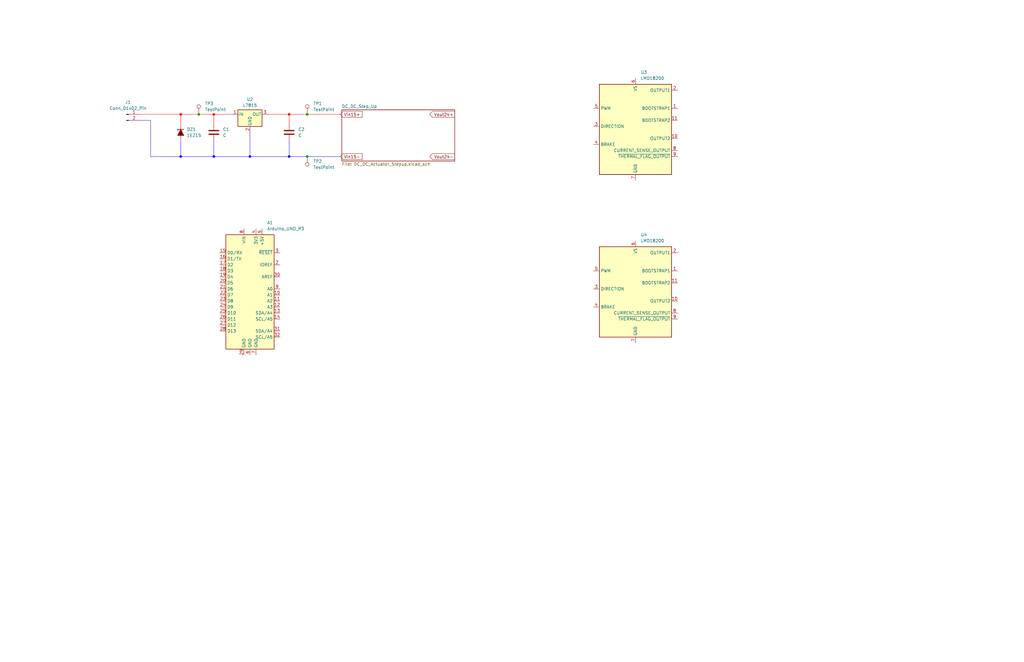
<source format=kicad_sch>
(kicad_sch (version 20250114) (generator "eeschema") (generator_version "9.0")
  (paper "User" 431.8 279.4)
  (title_block (date "Not shown in title block") (company "Not shown in title block"))
  (lib_symbols
    (symbol "Connector:Conn_01x02_Pin" (pin_names (offset 1.016) (hide yes))
      (property "Reference" "J" (at 0 2.54 0))
      (property "Value" "Conn_01x02_Pin" (at 0 -5.08 0))
      (symbol "Conn_01x02_Pin_1_1"
        (rectangle (start 0.8636 0.127) (end 0 -0.127) (stroke (width 0.1524)) (fill (type outline)))
        (rectangle (start 0.8636 -2.413) (end 0 -2.667) (stroke (width 0.1524)) (fill (type outline)))
        (polyline (pts (xy 1.27 0) (xy 0.8636 0)) (stroke (width 0.1524)))
        (polyline (pts (xy 1.27 -2.54) (xy 0.8636 -2.54)) (stroke (width 0.1524)))
        (pin passive line (at 5.08 0 180) (length 3.81) (name "Pin_1") (number "1"))
        (pin passive line (at 5.08 -2.54 180) (length 3.81) (name "Pin_2") (number "2"))
      )
    )
    (symbol "Connector:TestPoint" (pin_numbers (hide yes)) (pin_names (offset 0.762) (hide yes))
      (property "Reference" "TP" (at 0 6.858 0))
      (property "Value" "TestPoint" (at 0 5.08 0))
      (symbol "TestPoint_0_1"
        (circle (center 0 3.302) (radius 0.762))
      )
      (symbol "TestPoint_1_1"
        (pin passive line (at 0 0 90) (length 2.54) (name "1") (number "1"))
      )
    )
    (symbol "Device:C" (pin_numbers (hide yes)) (pin_names (offset 0.254))
      (property "Reference" "C" (at 0.635 2.54 0))
      (property "Value" "C" (at 0.635 -2.54 0))
      (symbol "C_0_1"
        (polyline (pts (xy -2.032 0.762) (xy 2.032 0.762)) (stroke (width 0.508)))
        (polyline (pts (xy -2.032 -0.762) (xy 2.032 -0.762)) (stroke (width 0.508)))
      )
      (symbol "C_1_1"
        (pin passive line (at 0 3.81 270) (length 2.794) (name "~") (number "1"))
        (pin passive line (at 0 -3.81 90) (length 2.794) (name "~") (number "2"))
      )
    )
    (symbol "Driver_Motor:LMD18200"
      (property "Reference" "U" (at -12.7 19.05 0))
      (property "Value" "LMD18200" (at 15.24 19.05 0))
      (symbol "LMD18200_0_1"
        (rectangle (start -15.24 -20.32) (end 15.24 17.78) (stroke (width 0.254)) (fill (type background)))
      )
      (symbol "LMD18200_1_1"
        (pin input line (at -17.78 7.62 0) (length 2.54) (name "PWM") (number "5"))
        (pin input line (at -17.78 0 0) (length 2.54) (name "DIRECTION") (number "3"))
        (pin input line (at -17.78 -7.62 0) (length 2.54) (name "BRAKE") (number "4"))
        (pin power_in line (at 0 20.32 270) (length 2.54) (name "VS") (number "6"))
        (pin power_in line (at 0 -22.86 90) (length 2.54) (name "GND") (number "7"))
        (pin output line (at 17.78 15.24 180) (length 2.54) (name "OUTPUT1") (number "2"))
        (pin passive line (at 17.78 7.62 180) (length 2.54) (name "BOOTSTRAP1") (number "1"))
        (pin passive line (at 17.78 2.54 180) (length 2.54) (name "BOOTSTRAP2") (number "11"))
        (pin output line (at 17.78 -5.08 180) (length 2.54) (name "OUTPUT2") (number "10"))
        (pin output line (at 17.78 -10.16 180) (length 2.54) (name "CURRENT_SENSE_OUTPUT") (number "8"))
        (pin open_collector line (at 17.78 -12.7 180) (length 2.54) (name "~{THERMAL_FLAG_OUTPUT}") (number "9"))
      )
    )
    (symbol "MCU_Module:Arduino_UNO_R3"
      (property "Reference" "A" (at -10.16 23.495 0))
      (property "Value" "Arduino_UNO_R3" (at 5.08 -26.67 0))
      (symbol "Arduino_UNO_R3_0_1"
        (rectangle (start -10.16 22.86) (end 10.16 -25.4) (stroke (width 0.254)) (fill (type background)))
      )
      (symbol "Arduino_UNO_R3_1_1"
        (pin bidirectional line (at -12.7 15.24 0) (length 2.54) (name "D0/RX") (number "15"))
        (pin bidirectional line (at -12.7 12.7 0) (length 2.54) (name "D1/TX") (number "16"))
        (pin bidirectional line (at -12.7 10.16 0) (length 2.54) (name "D2") (number "17"))
        (pin bidirectional line (at -12.7 7.62 0) (length 2.54) (name "D3") (number "18"))
        (pin bidirectional line (at -12.7 5.08 0) (length 2.54) (name "D4") (number "19"))
        (pin bidirectional line (at -12.7 2.54 0) (length 2.54) (name "D5") (number "20"))
        (pin bidirectional line (at -12.7 0 0) (length 2.54) (name "D6") (number "21"))
        (pin bidirectional line (at -12.7 -2.54 0) (length 2.54) (name "D7") (number "22"))
        (pin bidirectional line (at -12.7 -5.08 0) (length 2.54) (name "D8") (number "23"))
        (pin bidirectional line (at -12.7 -7.62 0) (length 2.54) (name "D9") (number "24"))
        (pin bidirectional line (at -12.7 -10.16 0) (length 2.54) (name "D10") (number "25"))
        (pin bidirectional line (at -12.7 -12.7 0) (length 2.54) (name "D11") (number "26"))
        (pin bidirectional line (at -12.7 -15.24 0) (length 2.54) (name "D12") (number "27"))
        (pin bidirectional line (at -12.7 -17.78 0) (length 2.54) (name "D13") (number "28"))
        (pin no_connect line (at -10.16 -20.32 0) (length 2.54) (hide yes) (name "NC") (number "1"))
        (pin power_in line (at -2.54 25.4 270) (length 2.54) (name "VIN") (number "8"))
        (pin power_in line (at -2.54 -27.94 90) (length 2.54) (name "GND") (number "29"))
        (pin power_in line (at 0 -27.94 90) (length 2.54) (name "GND") (number "6"))
        (pin power_out line (at 2.54 25.4 270) (length 2.54) (name "3V3") (number "4"))
        (pin power_in line (at 2.54 -27.94 90) (length 2.54) (name "GND") (number "7"))
        (pin power_out line (at 5.08 25.4 270) (length 2.54) (name "+5V") (number "5"))
        (pin input line (at 12.7 15.24 180) (length 2.54) (name "~{RESET}") (number "3"))
        (pin output line (at 12.7 10.16 180) (length 2.54) (name "IOREF") (number "2"))
        (pin input line (at 12.7 5.08 180) (length 2.54) (name "AREF") (number "30"))
        (pin bidirectional line (at 12.7 0 180) (length 2.54) (name "A0") (number "9"))
        (pin bidirectional line (at 12.7 -2.54 180) (length 2.54) (name "A1") (number "10"))
        (pin bidirectional line (at 12.7 -5.08 180) (length 2.54) (name "A2") (number "11"))
        (pin bidirectional line (at 12.7 -7.62 180) (length 2.54) (name "A3") (number "12"))
        (pin bidirectional line (at 12.7 -10.16 180) (length 2.54) (name "SDA/A4") (number "13"))
        (pin bidirectional line (at 12.7 -12.7 180) (length 2.54) (name "SCL/A5") (number "14"))
        (pin bidirectional line (at 12.7 -17.78 180) (length 2.54) (name "SDA/A4") (number "31"))
        (pin bidirectional line (at 12.7 -20.32 180) (length 2.54) (name "SCL/A5") (number "32"))
      )
    )
    (symbol "PCM_Diode_Zener_AKL:1EZ15" (pin_numbers (hide yes)) (pin_names (offset 1.016) (hide yes))
      (property "Reference" "DZ" (at 0 7.62 0))
      (property "Value" "1EZ15" (at 0 5.08 0))
      (symbol "1EZ15_0_1"
        (polyline (pts (xy -1.27 0) (xy 1.27 0)))
        (polyline (pts (xy -1.27 -1.27) (xy -1.27 1.27) (xy 1.27 0) (xy -1.27 -1.27)) (stroke (width 0.254)) (fill (type outline)))
        (polyline (pts (xy 1.27 1.27) (xy 0.762 1.27)) (stroke (width 0.254)))
        (polyline (pts (xy 1.27 1.27) (xy 1.27 -1.27)) (stroke (width 0.254)))
      )
      (symbol "1EZ15_0_2"
        (polyline (pts (xy -2.54 -2.54) (xy 2.54 2.54)))
        (polyline (pts (xy -0.889 -0.889) (xy -1.778 0) (xy 0.889 0.889) (xy 0 -1.778) (xy -0.889 -0.889)) (stroke (width 0.254)) (fill (type outline)))
        (polyline (pts (xy 0 1.778) (xy -0.381 1.397)) (stroke (width 0.254)))
        (polyline (pts (xy 0 1.778) (xy 1.778 0)) (stroke (width 0.254)))
      )
      (symbol "1EZ15_1_1"
        (pin passive line (at -3.81 0 0) (length 2.54) (name "A") (number "2"))
        (pin passive line (at 3.81 0 180) (length 2.54) (name "K") (number "1"))
      )
      (symbol "1EZ15_1_2"
        (pin passive line (at -2.54 -2.54 0) (length 0) (name "A") (number "2"))
        (pin passive line (at 2.54 2.54 180) (length 0) (name "K") (number "1"))
      )
    )
    (symbol "Regulator_Linear:L7815" (pin_names (offset 0.254))
      (property "Reference" "U" (at -3.81 3.175 0))
      (property "Value" "L7815" (at 0 3.175 0))
      (symbol "L7815_0_1"
        (rectangle (start -5.08 1.905) (end 5.08 -5.08) (stroke (width 0.254)) (fill (type background)))
      )
      (symbol "L7815_1_1"
        (pin power_in line (at -7.62 0 0) (length 2.54) (name "IN") (number "1"))
        (pin power_in line (at 0 -7.62 90) (length 2.54) (name "GND") (number "2"))
        (pin power_out line (at 7.62 0 180) (length 2.54) (name "OUT") (number "3"))
      )
    )
  )
  (junction (at 83.82 48.26))
  (junction (at 129.54 66.04))
  (junction (at 105.41 66.04) (color 0 0 255 1))
  (junction (at 129.54 48.26))
  (junction (at 90.17 66.04) (color 0 0 255 1))
  (junction (at 121.92 48.26) (color 255 0 0 1))
  (junction (at 76.2 48.26) (color 255 0 0 1))
  (junction (at 121.92 66.04) (color 0 0 255 1))
  (junction (at 76.2 66.04) (color 0 0 255 1))
  (junction (at 90.17 48.26) (color 255 0 0 1))
  (wire (pts (xy 129.54 48.26) (xy 143.51 48.26)) (stroke (width 0) (color 255 0 0 1)))
  (wire (pts (xy 58.42 48.26) (xy 76.2 48.26)) (stroke (width 0) (color 255 0 0 1)))
  (wire (pts (xy 76.2 66.04) (xy 76.2 59.69)) (stroke (width 0) (color 0 0 255 1)))
  (wire (pts (xy 90.17 48.26) (xy 90.17 52.07)) (stroke (width 0) (color 255 0 0 1)))
  (wire (pts (xy 63.5 50.8) (xy 63.5 66.04)) (stroke (width 0) (color 0 0 255 1)))
  (wire (pts (xy 83.82 48.26) (xy 90.17 48.26)) (stroke (width 0) (color 255 0 0 1)))
  (wire (pts (xy 90.17 48.26) (xy 97.79 48.26)) (stroke (width 0) (color 255 0 0 1)))
  (wire (pts (xy 90.17 66.04) (xy 76.2 66.04)) (stroke (width 0) (color 0 0 255 1)))
  (wire (pts (xy 129.54 66.04) (xy 143.51 66.04)) (stroke (width 0) (color 0 0 255 1)))
  (wire (pts (xy 121.92 66.04) (xy 129.54 66.04)) (stroke (width 0) (color 0 0 255 1)))
  (wire (pts (xy 121.92 59.69) (xy 121.92 66.04)) (stroke (width 0) (color 0 0 255 1)))
  (wire (pts (xy 76.2 48.26) (xy 76.2 52.07)) (stroke (width 0) (color 255 0 0 1)))
  (wire (pts (xy 76.2 48.26) (xy 83.82 48.26)) (stroke (width 0) (color 255 0 0 1)))
  (wire (pts (xy 121.92 66.04) (xy 105.41 66.04)) (stroke (width 0) (color 0 0 255 1)))
  (wire (pts (xy 121.92 48.26) (xy 113.03 48.26)) (stroke (width 0) (color 255 0 0 1)))
  (wire (pts (xy 105.41 66.04) (xy 90.17 66.04)) (stroke (width 0) (color 0 0 255 1)))
  (wire (pts (xy 63.5 66.04) (xy 76.2 66.04)) (stroke (width 0) (color 0 0 255 1)))
  (wire (pts (xy 90.17 59.69) (xy 90.17 66.04)) (stroke (width 0) (color 0 0 255 1)))
  (wire (pts (xy 121.92 48.26) (xy 129.54 48.26)) (stroke (width 0) (color 255 0 0 1)))
  (wire (pts (xy 58.42 50.8) (xy 63.5 50.8)) (stroke (width 0) (color 0 0 255 1)))
  (wire (pts (xy 121.92 52.07) (xy 121.92 48.26)) (stroke (width 0) (color 255 0 0 1)))
  (wire (pts (xy 105.41 55.88) (xy 105.41 66.04)) (stroke (width 0) (color 0 0 255 1)))
  (global_label "Vout24+" (shape output) (at 191.77 48.26 180) (property "Intersheetrefs" "${INTERSHEET_REFS}" (effects (hide yes))))
  (global_label "Vin15+" (shape input) (at 143.51 48.26 0) (property "Intersheetrefs" "${INTERSHEET_REFS}" (effects (hide yes))))
  (global_label "Vout24-" (shape output) (at 191.77 66.04 180) (property "Intersheetrefs" "${INTERSHEET_REFS}" (effects (hide yes))))
  (global_label "Vin15-" (shape input) (at 143.51 66.04 0) (property "Intersheetrefs" "${INTERSHEET_REFS}" (effects (hide yes))))
  (symbol (lib_id "Connector:Conn_01x02_Pin") (at 53.34 48.26 0) (unit 1)
    (property "Reference" "J1" (at 53.975 43.18 0))
    (property "Value" "Conn_01x02_Pin" (at 53.975 45.72 0))
    (property "Description" "Generic connector, single row, 01x02, script generated" (effects (hide yes)))
  )
  (symbol (lib_id "Driver_Motor:LMD18200") (at 267.97 53.34 0) (unit 1)
    (property "Reference" "U3" (at 270.1133 30.48 0) (effects (justify left)))
    (property "Value" "LMD18200" (at 270.1133 33.02 0) (effects (justify left)))
    (property "Footprint" "Package_TO_SOT_THT:TO-220-11_P3.4x5.08mm_StaggerOdd_Lead4.85mm_Vertical" (effects (hide yes)))
    (property "Datasheet" "http://www.ti.com/lit/ds/symlink/lmd18200.pdf" (effects (hide yes)))
    (property "Description" "3A, 55V H-Bridge, Motion Control Applications, TO-220-11" (effects (hide yes)))
  )
  (symbol (lib_id "Regulator_Linear:L7815") (at 105.41 48.26 0) (unit 1)
    (property "Reference" "U2" (at 105.41 41.91 0))
    (property "Value" "L7815" (at 105.41 44.45 0))
    (property "Datasheet" "http://www.st.com/content/ccc/resource/technical/document/datasheet/41/4f/b3/b0/12/d4/47/88/CD00000444.pdf/files/CD00000444.pdf/jcr:content/translations/en.CD00000444.pdf" (effects (hide yes)))
    (property "Description" "Positive 1.5A 35V Linear Regulator, Fixed Output 15V, TO-220/TO-263/TO-252" (effects (hide yes)))
  )
  (symbol (lib_id "MCU_Module:Arduino_UNO_R3") (at 105.41 121.92 0) (unit 1)
    (property "Reference" "A1" (at 112.6333 93.98 0) (effects (justify left)))
    (property "Value" "Arduino_UNO_R3" (at 112.6333 96.52 0) (effects (justify left)))
    (property "Footprint" "Module:Arduino_UNO_R3" (effects (hide yes)))
    (property "Datasheet" "https://www.arduino.cc/en/Main/arduinoBoardUno" (effects (hide yes)))
    (property "Description" "Arduino UNO Microcontroller Module, release 3" (effects (hide yes)))
  )
  (symbol (lib_id "Device:C") (at 121.92 55.88 0) (unit 1)
    (property "Reference" "C2" (at 125.73 54.6099 0) (effects (justify left)))
    (property "Value" "C" (at 125.73 57.1499 0) (effects (justify left)))
    (property "Description" "Unpolarized capacitor" (effects (hide yes)))
  )
  (symbol (lib_id "Connector:TestPoint") (at 83.82 48.26 0) (unit 1)
    (property "Reference" "TP3" (at 86.36 43.6879 0) (effects (justify left)))
    (property "Value" "TestPoint" (at 86.36 46.2279 0) (effects (justify left)))
    (property "Description" "test point" (effects (hide yes)))
  )
  (symbol (lib_id "PCM_Diode_Zener_AKL:1EZ15") (at 76.2 55.88 90) (unit 1)
    (property "Reference" "DZ1" (at 78.74 54.6099 90) (effects (justify right)))
    (property "Value" "1EZ15" (at 78.74 57.1499 90) (effects (justify right)))
    (property "Footprint" "PCM_Diode_THT_AKL:D_DO-41_SOD81_P10.16mm_Horizontal_Zener" (effects (hide yes)))
    (property "Datasheet" "https://www.tme.eu/Document/e06f42864dd0cbfef15288985fa21c49/1EZxx_ser.pdf" (effects (hide yes)))
    (property "Description" "DO-41 Zener diode, 15V, 1W, Alternate KiCAD Library" (effects (hide yes)))
  )
  (symbol (lib_id "Driver_Motor:LMD18200") (at 267.97 121.92 0) (unit 1)
    (property "Reference" "U4" (at 270.1133 99.06 0) (effects (justify left)))
    (property "Value" "LMD18200" (at 270.1133 101.6 0) (effects (justify left)))
    (property "Footprint" "Package_TO_SOT_THT:TO-220-11_P3.4x5.08mm_StaggerOdd_Lead4.85mm_Vertical" (effects (hide yes)))
    (property "Datasheet" "http://www.ti.com/lit/ds/symlink/lmd18200.pdf" (effects (hide yes)))
    (property "Description" "3A, 55V H-Bridge, Motion Control Applications, TO-220-11" (effects (hide yes)))
  )
  (symbol (lib_id "Connector:TestPoint") (at 129.54 66.04 180) (unit 1)
    (property "Reference" "TP2" (at 132.08 68.0719 0) (effects (justify right)))
    (property "Value" "TestPoint" (at 132.08 70.6119 0) (effects (justify right)))
    (property "Description" "test point" (effects (hide yes)))
  )
  (symbol (lib_id "Connector:TestPoint") (at 129.54 48.26 0) (unit 1)
    (property "Reference" "TP1" (at 132.08 43.6879 0) (effects (justify left)))
    (property "Value" "TestPoint" (at 132.08 46.2279 0) (effects (justify left)))
    (property "Description" "test point" (effects (hide yes)))
  )
  (symbol (lib_id "Device:C") (at 90.17 55.88 0) (unit 1)
    (property "Reference" "C1" (at 93.98 54.6099 0) (effects (justify left)))
    (property "Value" "C" (at 93.98 57.1499 0) (effects (justify left)))
    (property "Description" "Unpolarized capacitor" (effects (hide yes)))
  )
  (sheet (at 144.145 46.355) (size 47.625 21.59) (stroke (width 0.1524))
    (property "Sheetname" "DC_DC_Step_Up" (at 144.145 45.6434 0) (effects (justify left bottom)))
    (property "Sheetfile" "DC_DC_Actuator_Stepup.kicad_sch" (at 144.145 68.5296 0) (effects (justify left top)))
  )
)
</source>
